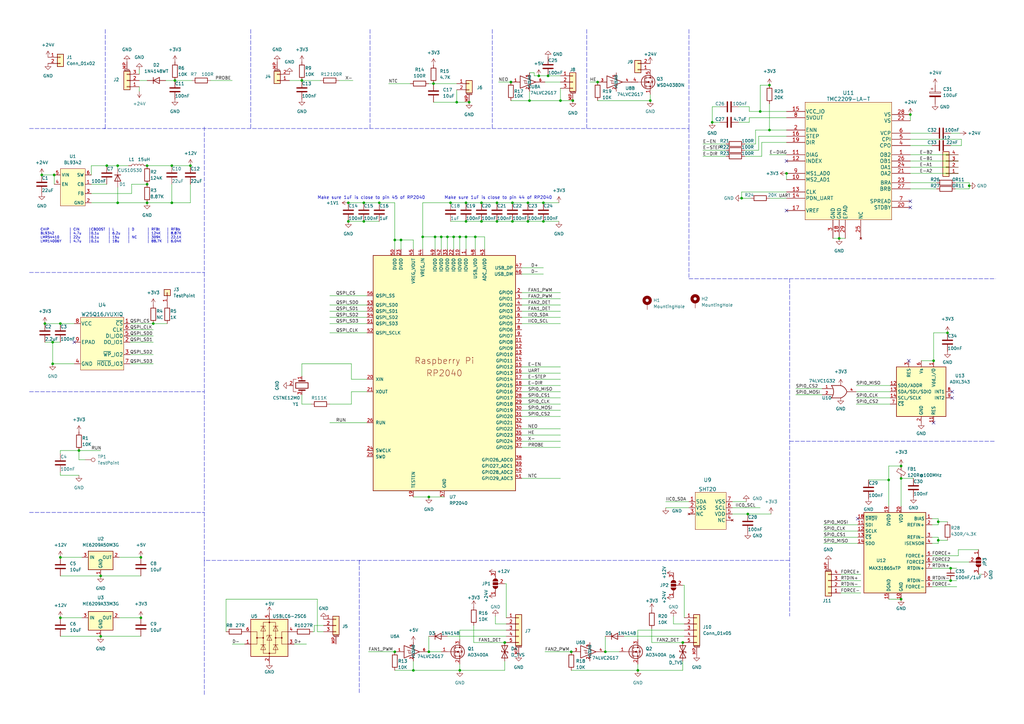
<source format=kicad_sch>
(kicad_sch (version 20211123) (generator eeschema)
  (paper "A3")
  (junction (at 24.765 132.715))
  (junction (at 234.315 267.335))
  (junction (at 384.81 221.615))
  (junction (at 161.925 267.335))
  (junction (at 21.59 140.335))
  (junction (at 183.515 97.155))
  (junction (at 24.765 253.365))
  (junction (at 369.57 196.215))
  (junction (at 178.435 97.155))
  (junction (at 17.145 71.755))
  (junction (at 149.225 90.805))
  (junction (at 22.225 71.755))
  (junction (at 48.26 67.945))
  (junction (at 311.785 45.72))
  (junction (at 60.325 83.185))
  (junction (at 364.49 196.85))
  (junction (at 43.815 67.945))
  (junction (at 261.62 274.955))
  (junction (at 21.59 149.225))
  (junction (at 177.8 34.29))
  (junction (at 169.545 274.955))
  (junction (at 315.595 34.925))
  (junction (at 389.89 238.125))
  (junction (at 32.385 184.785))
  (junction (at 187.325 41.91))
  (junction (at 197.485 83.185))
  (junction (at 280.035 263.525))
  (junction (at 149.225 83.185))
  (junction (at 222.885 90.805))
  (junction (at 217.17 41.275))
  (junction (at 675.64 156.845))
  (junction (at 306.705 210.82))
  (junction (at 248.285 267.335))
  (junction (at 184.785 83.185))
  (junction (at 234.95 41.275))
  (junction (at 209.55 33.655))
  (junction (at 388.62 136.525))
  (junction (at 180.975 97.155))
  (junction (at 678.18 141.605))
  (junction (at 220.98 31.115))
  (junction (at 70.485 83.185))
  (junction (at 191.135 90.805))
  (junction (at 207.01 263.525))
  (junction (at 369.57 245.745))
  (junction (at 304.165 81.28))
  (junction (at 18.415 132.715))
  (junction (at 691.515 156.845))
  (junction (at 155.575 83.185))
  (junction (at 60.325 75.565))
  (junction (at 322.58 71.12))
  (junction (at 24.765 228.6))
  (junction (at 292.1 50.165))
  (junction (at 142.875 83.185))
  (junction (at 78.105 67.945))
  (junction (at 216.535 90.805))
  (junction (at 175.895 203.835))
  (junction (at 41.275 236.22))
  (junction (at 229.87 41.275))
  (junction (at 210.185 83.185))
  (junction (at 41.275 260.985))
  (junction (at 369.57 191.135))
  (junction (at 681.355 156.845))
  (junction (at 123.825 33.02))
  (junction (at 191.135 97.155))
  (junction (at 70.485 67.945))
  (junction (at 344.17 97.79))
  (junction (at 216.535 83.185))
  (junction (at 57.785 228.6))
  (junction (at 173.355 97.155))
  (junction (at 186.055 97.155))
  (junction (at 142.875 90.805))
  (junction (at 188.595 274.955))
  (junction (at 203.835 83.185))
  (junction (at 203.835 90.805))
  (junction (at 315.595 53.34))
  (junction (at 48.26 83.185))
  (junction (at 397.51 76.2))
  (junction (at 224.79 31.115))
  (junction (at 245.11 33.655))
  (junction (at 384.81 213.995))
  (junction (at 62.865 132.715))
  (junction (at 60.325 67.945))
  (junction (at 210.185 90.805))
  (junction (at 175.895 267.335))
  (junction (at 188.595 97.155))
  (junction (at 222.885 83.185))
  (junction (at 389.89 233.045))
  (junction (at 57.785 253.365))
  (junction (at 71.755 33.02))
  (junction (at 192.405 41.91))
  (junction (at 266.7 41.275))
  (junction (at 373.38 46.99))
  (junction (at 382.905 147.955))
  (junction (at 161.925 98.425))
  (junction (at 191.135 83.185))
  (junction (at 194.945 97.155))
  (junction (at 197.485 90.805))
  (junction (at 691.515 141.605))
  (junction (at 164.465 98.425))
  (no_connect (at 382.905 173.355))
  (no_connect (at 390.525 163.195))
  (no_connect (at 372.745 147.955))
  (no_connect (at 322.58 86.36))
  (no_connect (at 351.79 212.725))
  (no_connect (at 373.38 85.09))
  (no_connect (at 390.525 160.655))
  (no_connect (at 30.48 140.335))
  (no_connect (at 373.38 82.55))
  (no_connect (at 322.58 66.04))
  (wire (pts (xy 175.895 203.835) (xy 182.245 203.835)))
  (wire (pts (xy 382.905 136.525) (xy 382.905 147.955)))
  (wire (pts (xy 382.27 222.885) (xy 384.81 222.885)))
  (wire (pts (xy 305.435 59.055) (xy 309.88 59.055)))
  (wire (pts (xy 178.435 97.155) (xy 178.435 102.235)))
  (wire (pts (xy 373.38 74.93) (xy 384.175 74.93)))
  (polyline (pts (xy 12.065 52.705) (xy 282.575 52.705)))
  (wire (pts (xy 322.58 78.74) (xy 304.165 78.74)))
  (wire (pts (xy 203.2 255.905) (xy 207.645 255.905)))
  (wire (pts (xy 705.485 219.075) (xy 723.265 219.075)))
  (wire (pts (xy 118.745 33.02) (xy 123.825 33.02)))
  (wire (pts (xy 261.62 272.415) (xy 261.62 274.955)))
  (wire (pts (xy 183.515 260.985) (xy 207.645 260.985)))
  (wire (pts (xy 164.465 98.425) (xy 169.545 98.425)))
  (wire (pts (xy 209.55 41.275) (xy 217.17 41.275)))
  (wire (pts (xy 382.27 238.125) (xy 389.89 238.125)))
  (wire (pts (xy 373.38 57.15) (xy 394.335 57.15)))
  (wire (pts (xy 24.765 184.785) (xy 32.385 184.785)))
  (wire (pts (xy 309.88 53.34) (xy 315.595 53.34)))
  (wire (pts (xy 397.51 74.93) (xy 397.51 76.2)))
  (wire (pts (xy 34.925 188.595) (xy 32.385 188.595)))
  (wire (pts (xy 397.51 77.47) (xy 391.795 77.47)))
  (wire (pts (xy 135.255 125.095) (xy 150.495 125.095)))
  (wire (pts (xy 382.27 230.505) (xy 397.51 230.505)))
  (wire (pts (xy 213.995 109.855) (xy 222.885 109.855)))
  (wire (pts (xy 213.995 130.175) (xy 229.87 130.175)))
  (wire (pts (xy 668.02 141.605) (xy 678.18 141.605)))
  (wire (pts (xy 128.905 259.08) (xy 128.905 256.54)))
  (wire (pts (xy 711.2 232.41) (xy 723.265 232.41)))
  (wire (pts (xy 188.595 258.445) (xy 188.595 262.255)))
  (polyline (pts (xy 12.065 111.76) (xy 83.82 111.76)))
  (wire (pts (xy 315.595 81.28) (xy 322.58 81.28)))
  (wire (pts (xy 24.765 236.22) (xy 41.275 236.22)))
  (wire (pts (xy 135.255 165.735) (xy 144.145 165.735)))
  (wire (pts (xy 311.785 34.925) (xy 311.785 45.72)))
  (wire (pts (xy 684.53 81.915) (xy 706.755 81.915)))
  (wire (pts (xy 32.385 184.785) (xy 41.275 184.785)))
  (wire (pts (xy 175.895 260.985) (xy 175.895 267.335)))
  (wire (pts (xy 210.185 90.805) (xy 216.535 90.805)))
  (wire (pts (xy 135.255 173.355) (xy 150.495 173.355)))
  (wire (pts (xy 187.325 36.83) (xy 187.325 41.91)))
  (wire (pts (xy 288.29 61.595) (xy 297.815 61.595)))
  (wire (pts (xy 402.59 235.585) (xy 401.32 235.585)))
  (wire (pts (xy 229.87 41.275) (xy 234.95 41.275)))
  (wire (pts (xy 217.17 29.845) (xy 219.075 29.845)))
  (polyline (pts (xy 12.065 210.185) (xy 83.82 210.185)))
  (wire (pts (xy 223.52 33.655) (xy 229.87 33.655)))
  (wire (pts (xy 224.79 31.115) (xy 229.87 31.115)))
  (wire (pts (xy 222.885 90.805) (xy 229.235 90.805)))
  (polyline (pts (xy 83.82 52.07) (xy 83.82 111.76)))
  (wire (pts (xy 295.275 43.815) (xy 292.1 43.815)))
  (wire (pts (xy 311.15 55.88) (xy 311.15 61.595)))
  (wire (pts (xy 687.07 83.82) (xy 692.785 83.82)))
  (wire (pts (xy 382.27 233.045) (xy 389.89 233.045)))
  (wire (pts (xy 164.465 102.235) (xy 164.465 98.425)))
  (wire (pts (xy 364.49 191.135) (xy 364.49 196.85)))
  (wire (pts (xy 57.15 37.465) (xy 57.15 35.56)))
  (wire (pts (xy 173.355 97.155) (xy 173.355 83.185)))
  (wire (pts (xy 678.18 149.225) (xy 678.18 141.605)))
  (wire (pts (xy 261.62 274.955) (xy 280.035 274.955)))
  (wire (pts (xy 241.935 33.655) (xy 245.11 33.655)))
  (wire (pts (xy 151.13 267.335) (xy 161.925 267.335)))
  (wire (pts (xy 130.175 245.745) (xy 92.71 245.745)))
  (wire (pts (xy 276.225 252.73) (xy 276.225 255.905)))
  (wire (pts (xy 351.155 158.115) (xy 365.125 158.115)))
  (wire (pts (xy 216.535 90.805) (xy 222.885 90.805)))
  (polyline (pts (xy 282.575 12.065) (xy 282.575 52.705)))
  (wire (pts (xy 701.675 149.225) (xy 711.835 149.225)))
  (wire (pts (xy 194.31 263.525) (xy 207.01 263.525)))
  (wire (pts (xy 384.81 212.725) (xy 382.27 212.725)))
  (wire (pts (xy 194.945 97.155) (xy 191.135 97.155)))
  (wire (pts (xy 128.27 259.08) (xy 128.905 259.08)))
  (wire (pts (xy 315.595 53.34) (xy 322.58 53.34)))
  (wire (pts (xy 180.975 97.155) (xy 180.975 102.235)))
  (wire (pts (xy 384.81 213.995) (xy 384.81 212.725)))
  (wire (pts (xy 48.26 69.215) (xy 48.26 67.945)))
  (wire (pts (xy 341.63 97.79) (xy 344.17 97.79)))
  (wire (pts (xy 681.355 151.765) (xy 681.355 156.845)))
  (polyline (pts (xy 83.82 111.76) (xy 83.82 285.115)))
  (wire (pts (xy 369.57 196.215) (xy 369.57 207.645)))
  (wire (pts (xy 373.38 59.69) (xy 382.27 59.69)))
  (wire (pts (xy 183.515 97.155) (xy 180.975 97.155)))
  (wire (pts (xy 173.355 83.185) (xy 184.785 83.185)))
  (wire (pts (xy 309.88 59.055) (xy 309.88 53.34)))
  (wire (pts (xy 692.785 83.82) (xy 692.785 88.265)))
  (wire (pts (xy 213.995 163.195) (xy 229.87 163.195)))
  (wire (pts (xy 128.905 256.54) (xy 132.715 256.54)))
  (wire (pts (xy 142.875 90.805) (xy 149.225 90.805)))
  (wire (pts (xy 288.29 59.055) (xy 297.815 59.055)))
  (wire (pts (xy 78.105 83.185) (xy 78.105 75.565)))
  (wire (pts (xy 41.275 260.985) (xy 57.785 260.985)))
  (wire (pts (xy 393.065 66.04) (xy 373.38 66.04)))
  (wire (pts (xy 144.145 160.655) (xy 150.495 160.655)))
  (wire (pts (xy 245.11 41.275) (xy 266.7 41.275)))
  (wire (pts (xy 337.82 215.265) (xy 351.79 215.265)))
  (wire (pts (xy 248.285 260.985) (xy 248.285 267.335)))
  (wire (pts (xy 135.255 136.525) (xy 150.495 136.525)))
  (wire (pts (xy 213.995 196.215) (xy 229.87 196.215)))
  (wire (pts (xy 194.31 256.54) (xy 194.31 263.525)))
  (wire (pts (xy 393.065 225.425) (xy 401.32 225.425)))
  (wire (pts (xy 142.875 83.185) (xy 149.225 83.185)))
  (wire (pts (xy 53.34 135.255) (xy 62.865 135.255)))
  (wire (pts (xy 175.895 34.29) (xy 177.8 34.29)))
  (wire (pts (xy 194.945 97.155) (xy 194.945 102.235)))
  (wire (pts (xy 92.71 245.745) (xy 92.71 259.08)))
  (wire (pts (xy 48.26 67.945) (xy 52.705 67.945)))
  (wire (pts (xy 191.135 83.185) (xy 197.485 83.185)))
  (wire (pts (xy 300.355 210.82) (xy 306.705 210.82)))
  (wire (pts (xy 130.175 245.745) (xy 130.175 259.08)))
  (wire (pts (xy 364.49 196.85) (xy 364.49 207.645)))
  (wire (pts (xy 304.165 81.28) (xy 307.975 81.28)))
  (wire (pts (xy 220.98 31.115) (xy 224.79 31.115)))
  (wire (pts (xy 188.595 97.155) (xy 186.055 97.155)))
  (wire (pts (xy 191.135 97.155) (xy 188.595 97.155)))
  (wire (pts (xy 692.785 88.265) (xy 706.755 88.265)))
  (wire (pts (xy 37.465 75.565) (xy 43.815 75.565)))
  (wire (pts (xy 305.435 64.135) (xy 312.42 64.135)))
  (wire (pts (xy 389.89 54.61) (xy 393.7 54.61)))
  (wire (pts (xy 53.34 145.415) (xy 62.865 145.415)))
  (wire (pts (xy 373.38 46.99) (xy 373.38 49.53)))
  (wire (pts (xy 188.595 97.155) (xy 188.595 102.235)))
  (wire (pts (xy 337.82 220.345) (xy 351.79 220.345)))
  (wire (pts (xy 213.995 168.275) (xy 229.87 168.275)))
  (polyline (pts (xy 323.85 229.87) (xy 147.32 229.87)))
  (wire (pts (xy 273.05 208.28) (xy 282.575 208.28)))
  (wire (pts (xy 276.225 255.905) (xy 280.67 255.905)))
  (wire (pts (xy 24.765 260.985) (xy 41.275 260.985)))
  (wire (pts (xy 62.865 132.715) (xy 68.58 132.715)))
  (wire (pts (xy 217.17 41.275) (xy 229.87 41.275)))
  (wire (pts (xy 234.315 274.955) (xy 261.62 274.955)))
  (wire (pts (xy 37.465 83.185) (xy 48.26 83.185)))
  (wire (pts (xy 123.825 149.225) (xy 123.825 154.305)))
  (wire (pts (xy 67.945 33.02) (xy 71.755 33.02)))
  (wire (pts (xy 344.805 243.205) (xy 353.06 243.205)))
  (wire (pts (xy 21.59 149.225) (xy 30.48 149.225)))
  (polyline (pts (xy 323.85 114.3) (xy 323.85 252.73)))
  (wire (pts (xy 307.34 45.72) (xy 311.785 45.72)))
  (wire (pts (xy 705.485 229.87) (xy 705.485 219.075)))
  (wire (pts (xy 24.765 253.365) (xy 33.655 253.365)))
  (wire (pts (xy 292.1 50.165) (xy 295.275 50.165)))
  (wire (pts (xy 169.545 271.145) (xy 169.545 274.955)))
  (wire (pts (xy 681.355 149.225) (xy 678.18 149.225)))
  (wire (pts (xy 180.975 97.155) (xy 178.435 97.155)))
  (wire (pts (xy 384.81 213.995) (xy 388.62 213.995)))
  (wire (pts (xy 70.485 75.565) (xy 70.485 83.185)))
  (wire (pts (xy 213.995 153.035) (xy 229.87 153.035)))
  (wire (pts (xy 149.225 83.185) (xy 155.575 83.185)))
  (wire (pts (xy 697.865 222.25) (xy 711.835 222.25)))
  (wire (pts (xy 53.34 137.795) (xy 62.865 137.795)))
  (wire (pts (xy 315.595 63.5) (xy 322.58 63.5)))
  (wire (pts (xy 701.675 146.685) (xy 711.835 146.685)))
  (wire (pts (xy 207.01 239.395) (xy 207.645 239.395)))
  (wire (pts (xy 255.905 260.985) (xy 280.67 260.985)))
  (wire (pts (xy 169.545 203.835) (xy 175.895 203.835)))
  (wire (pts (xy 222.885 83.185) (xy 229.235 83.185)))
  (wire (pts (xy 203.835 90.805) (xy 210.185 90.805)))
  (wire (pts (xy 364.49 191.135) (xy 369.57 191.135)))
  (wire (pts (xy 311.15 55.88) (xy 322.58 55.88)))
  (wire (pts (xy 48.895 253.365) (xy 57.785 253.365)))
  (polyline (pts (xy 151.765 12.065) (xy 151.765 52.705)))
  (wire (pts (xy 384.81 221.615) (xy 388.62 221.615)))
  (wire (pts (xy 135.255 132.715) (xy 150.495 132.715)))
  (wire (pts (xy 123.825 161.925) (xy 123.825 165.735)))
  (wire (pts (xy 210.185 83.185) (xy 216.535 83.185)))
  (wire (pts (xy 678.18 141.605) (xy 691.515 141.605)))
  (wire (pts (xy 24.765 194.945) (xy 32.385 194.945)))
  (wire (pts (xy 384.81 222.885) (xy 384.81 221.615)))
  (wire (pts (xy 213.995 165.735) (xy 229.87 165.735)))
  (wire (pts (xy 53.975 79.375) (xy 53.975 75.565)))
  (wire (pts (xy 711.835 226.06) (xy 723.265 226.06)))
  (wire (pts (xy 675.64 149.225) (xy 675.64 146.685)))
  (wire (pts (xy 344.805 235.585) (xy 353.06 235.585)))
  (wire (pts (xy 213.995 125.095) (xy 229.87 125.095)))
  (wire (pts (xy 280.035 271.145) (xy 280.035 274.955)))
  (wire (pts (xy 382.27 240.665) (xy 392.43 240.665)))
  (wire (pts (xy 169.545 274.955) (xy 188.595 274.955)))
  (wire (pts (xy 48.26 76.835) (xy 48.26 83.185)))
  (wire (pts (xy 382.27 227.965) (xy 393.065 227.965)))
  (wire (pts (xy 711.835 222.25) (xy 711.835 226.06)))
  (wire (pts (xy 364.49 245.745) (xy 369.57 245.745)))
  (wire (pts (xy 213.995 183.515) (xy 229.87 183.515)))
  (wire (pts (xy 394.335 59.69) (xy 389.89 59.69)))
  (wire (pts (xy 302.895 50.165) (xy 307.34 50.165)))
  (wire (pts (xy 41.275 236.22) (xy 57.785 236.22)))
  (wire (pts (xy 60.325 67.945) (xy 70.485 67.945)))
  (wire (pts (xy 311.15 61.595) (xy 305.435 61.595)))
  (wire (pts (xy 394.335 57.15) (xy 394.335 59.69)))
  (wire (pts (xy 24.765 132.715) (xy 30.48 132.715)))
  (wire (pts (xy 203.835 83.185) (xy 210.185 83.185)))
  (wire (pts (xy 175.895 267.335) (xy 180.975 267.335)))
  (wire (pts (xy 337.82 222.885) (xy 351.79 222.885)))
  (wire (pts (xy 37.465 71.755) (xy 37.465 67.945)))
  (wire (pts (xy 687.07 96.52) (xy 692.785 96.52)))
  (wire (pts (xy 344.17 97.79) (xy 346.71 97.79)))
  (wire (pts (xy 213.995 127.635) (xy 229.87 127.635)))
  (wire (pts (xy 53.975 75.565) (xy 60.325 75.565)))
  (wire (pts (xy 120.65 264.16) (xy 125.73 264.16)))
  (wire (pts (xy 213.995 132.715) (xy 229.87 132.715)))
  (wire (pts (xy 86.36 33.02) (xy 95.25 33.02)))
  (wire (pts (xy 280.035 240.03) (xy 280.67 240.03)))
  (wire (pts (xy 135.255 121.285) (xy 150.495 121.285)))
  (wire (pts (xy 139.065 33.02) (xy 144.78 33.02)))
  (wire (pts (xy 53.34 149.225) (xy 62.865 149.225)))
  (wire (pts (xy 198.755 102.235) (xy 198.755 97.155)))
  (wire (pts (xy 312.42 64.135) (xy 312.42 58.42)))
  (wire (pts (xy 337.82 217.805) (xy 351.79 217.805)))
  (wire (pts (xy 300.355 208.28) (xy 311.785 208.28)))
  (wire (pts (xy 273.05 205.74) (xy 282.575 205.74)))
  (wire (pts (xy 53.34 132.715) (xy 62.865 132.715)))
  (wire (pts (xy 267.335 263.525) (xy 280.035 263.525)))
  (wire (pts (xy 149.225 90.805) (xy 155.575 90.805)))
  (wire (pts (xy 393.065 71.12) (xy 373.38 71.12)))
  (wire (pts (xy 675.64 146.685) (xy 681.355 146.685)))
  (wire (pts (xy 191.135 97.155) (xy 191.135 102.235)))
  (polyline (pts (xy 240.665 12.065) (xy 240.665 52.705)))
  (wire (pts (xy 223.52 267.335) (xy 234.315 267.335)))
  (wire (pts (xy 213.995 155.575) (xy 229.87 155.575)))
  (wire (pts (xy 351.155 165.735) (xy 365.125 165.735)))
  (wire (pts (xy 207.645 239.395) (xy 207.645 253.365)))
  (wire (pts (xy 203.2 252.73) (xy 203.2 255.905)))
  (wire (pts (xy 261.62 258.445) (xy 261.62 262.255)))
  (wire (pts (xy 261.62 258.445) (xy 280.67 258.445)))
  (wire (pts (xy 311.785 45.72) (xy 322.58 45.72)))
  (polyline (pts (xy 282.575 114.3) (xy 408.305 114.3)))
  (wire (pts (xy 397.51 76.2) (xy 397.51 77.47)))
  (wire (pts (xy 351.155 163.195) (xy 365.125 163.195)))
  (polyline (pts (xy 201.93 12.065) (xy 201.93 52.705)))
  (wire (pts (xy 24.765 186.055) (xy 24.765 184.785)))
  (wire (pts (xy 229.87 36.195) (xy 229.87 41.275)))
  (wire (pts (xy 71.755 33.02) (xy 78.74 33.02)))
  (wire (pts (xy 37.465 79.375) (xy 53.975 79.375)))
  (wire (pts (xy 681.355 156.845) (xy 691.515 156.845)))
  (wire (pts (xy 668.02 149.225) (xy 668.02 156.845)))
  (polyline (pts (xy 43.18 12.065) (xy 43.18 52.705)))
  (wire (pts (xy 57.15 28.575) (xy 57.15 30.48)))
  (wire (pts (xy 692.785 96.52) (xy 692.785 93.345)))
  (wire (pts (xy 178.435 97.155) (xy 173.355 97.155)))
  (wire (pts (xy 161.925 98.425) (xy 161.925 102.235)))
  (wire (pts (xy 351.155 160.655) (xy 365.125 160.655)))
  (wire (pts (xy 304.165 78.74) (xy 304.165 81.28)))
  (wire (pts (xy 150.495 155.575) (xy 144.145 155.575)))
  (wire (pts (xy 144.145 155.575) (xy 144.145 149.225)))
  (wire (pts (xy 373.38 54.61) (xy 382.27 54.61)))
  (wire (pts (xy 186.055 97.155) (xy 183.515 97.155)))
  (wire (pts (xy 217.17 37.465) (xy 217.17 41.275)))
  (polyline (pts (xy 43.18 52.705) (xy 42.545 52.705)))
  (wire (pts (xy 37.465 67.945) (xy 43.815 67.945)))
  (wire (pts (xy 213.995 175.895) (xy 229.87 175.895)))
  (wire (pts (xy 280.035 263.525) (xy 280.67 263.525)))
  (wire (pts (xy 177.8 34.29) (xy 187.325 34.29)))
  (wire (pts (xy 161.925 83.185) (xy 161.925 98.425)))
  (wire (pts (xy 144.145 165.735) (xy 144.145 160.655)))
  (wire (pts (xy 17.145 71.755) (xy 22.225 71.755)))
  (wire (pts (xy 377.825 147.955) (xy 382.905 147.955)))
  (wire (pts (xy 197.485 90.805) (xy 203.835 90.805)))
  (wire (pts (xy 213.995 160.655) (xy 229.87 160.655)))
  (wire (pts (xy 213.995 158.115) (xy 229.87 158.115)))
  (wire (pts (xy 207.01 263.525) (xy 207.645 263.525)))
  (wire (pts (xy 692.785 93.345) (xy 706.755 93.345)))
  (wire (pts (xy 18.415 132.715) (xy 24.765 132.715)))
  (wire (pts (xy 322.58 48.26) (xy 307.34 48.26)))
  (wire (pts (xy 384.81 215.265) (xy 384.81 213.995)))
  (wire (pts (xy 216.535 83.185) (xy 222.885 83.185)))
  (wire (pts (xy 183.515 97.155) (xy 183.515 102.235)))
  (polyline (pts (xy 12.065 160.655) (xy 83.82 160.655)))
  (wire (pts (xy 393.065 227.965) (xy 393.065 225.425)))
  (wire (pts (xy 60.325 83.185) (xy 70.485 83.185)))
  (wire (pts (xy 177.8 41.91) (xy 187.325 41.91)))
  (wire (pts (xy 173.355 102.235) (xy 173.355 97.155)))
  (wire (pts (xy 57.15 33.02) (xy 60.325 33.02)))
  (wire (pts (xy 144.145 149.225) (xy 123.825 149.225)))
  (wire (pts (xy 188.595 258.445) (xy 207.645 258.445)))
  (wire (pts (xy 684.53 99.06) (xy 706.755 99.06)))
  (wire (pts (xy 188.595 274.955) (xy 207.01 274.955)))
  (wire (pts (xy 389.89 238.125) (xy 392.43 238.125)))
  (wire (pts (xy 344.805 238.125) (xy 353.06 238.125)))
  (wire (pts (xy 288.29 64.135) (xy 297.815 64.135)))
  (wire (pts (xy 24.765 193.675) (xy 24.765 194.945)))
  (wire (pts (xy 267.335 257.81) (xy 267.335 263.525)))
  (wire (pts (xy 668.02 156.845) (xy 675.64 156.845)))
  (wire (pts (xy 213.995 170.815) (xy 229.87 170.815)))
  (wire (pts (xy 123.825 165.735) (xy 127.635 165.735)))
  (wire (pts (xy 191.135 90.805) (xy 197.485 90.805)))
  (wire (pts (xy 391.795 74.93) (xy 397.51 74.93)))
  (wire (pts (xy 307.34 43.815) (xy 307.34 45.72)))
  (wire (pts (xy 248.285 267.335) (xy 254 267.335)))
  (polyline (pts (xy 323.85 180.975) (xy 408.305 180.975)))
  (wire (pts (xy 213.995 122.555) (xy 229.87 122.555)))
  (wire (pts (xy 159.385 34.29) (xy 168.275 34.29)))
  (wire (pts (xy 306.705 210.82) (xy 316.23 210.82)))
  (wire (pts (xy 382.27 215.265) (xy 384.81 215.265)))
  (polyline (pts (xy 83.82 229.87) (xy 83.82 230.505)))
  (wire (pts (xy 135.255 130.175) (xy 150.495 130.175)))
  (wire (pts (xy 184.785 90.805) (xy 191.135 90.805)))
  (wire (pts (xy 188.595 272.415) (xy 188.595 274.955)))
  (wire (pts (xy 184.785 83.185) (xy 191.135 83.185)))
  (wire (pts (xy 95.25 264.16) (xy 100.33 264.16)))
  (wire (pts (xy 384.81 220.345) (xy 382.27 220.345)))
  (wire (pts (xy 322.58 71.12) (xy 322.58 73.66)))
  (wire (pts (xy 197.485 83.185) (xy 203.835 83.185)))
  (wire (pts (xy 711.2 234.95) (xy 711.2 232.41)))
  (wire (pts (xy 684.53 96.52) (xy 684.53 99.06)))
  (polyline (pts (xy 102.87 12.065) (xy 102.87 52.705)))
  (wire (pts (xy 213.995 180.975) (xy 229.87 180.975)))
  (wire (pts (xy 213.995 178.435) (xy 229.87 178.435)))
  (wire (pts (xy 24.765 140.335) (xy 21.59 140.335)))
  (wire (pts (xy 22.225 75.565) (xy 22.225 71.755)))
  (polyline (pts (xy 147.955 229.87) (xy 83.82 229.87)))
  (wire (pts (xy 307.34 48.26) (xy 307.34 50.165)))
  (wire (pts (xy 161.925 274.955) (xy 169.545 274.955)))
  (wire (pts (xy 326.39 161.925) (xy 337.185 161.925)))
  (wire (pts (xy 384.81 221.615) (xy 384.81 220.345)))
  (wire (pts (xy 393.065 63.5) (xy 373.38 63.5)))
  (wire (pts (xy 369.57 196.215) (xy 374.65 196.215)))
  (wire (pts (xy 344.805 240.665) (xy 353.06 240.665)))
  (wire (pts (xy 18.415 140.335) (xy 21.59 140.335)))
  (wire (pts (xy 43.815 67.945) (xy 48.26 67.945)))
  (wire (pts (xy 204.47 33.655) (xy 209.55 33.655)))
  (wire (pts (xy 213.995 112.395) (xy 222.885 112.395)))
  (wire (pts (xy 213.995 120.015) (xy 229.87 120.015)))
  (wire (pts (xy 123.825 33.02) (xy 131.445 33.02)))
  (wire (pts (xy 70.485 67.945) (xy 78.105 67.945)))
  (wire (pts (xy 300.355 205.74) (xy 306.07 205.74)))
  (wire (pts (xy 161.925 98.425) (xy 164.465 98.425)))
  (wire (pts (xy 21.59 140.335) (xy 21.59 149.225)))
  (wire (pts (xy 169.545 102.235) (xy 169.545 98.425)))
  (wire (pts (xy 135.255 127.635) (xy 150.495 127.635)))
  (wire (pts (xy 266.7 41.275) (xy 266.7 38.735)))
  (wire (pts (xy 70.485 83.185) (xy 78.105 83.185)))
  (wire (pts (xy 326.39 159.385) (xy 337.185 159.385)))
  (wire (pts (xy 280.67 240.03) (xy 280.67 253.365)))
  (wire (pts (xy 373.38 77.47) (xy 384.175 77.47)))
  (wire (pts (xy 382.905 136.525) (xy 388.62 136.525)))
  (wire (pts (xy 315.595 34.925) (xy 311.785 34.925)))
  (polyline (pts (xy 147.32 229.87) (xy 147.32 284.48)))
  (wire (pts (xy 187.325 41.91) (xy 192.405 41.91)))
  (wire (pts (xy 697.865 234.95) (xy 711.2 234.95)))
  (wire (pts (xy 155.575 83.185) (xy 161.925 83.185)))
  (wire (pts (xy 315.595 42.545) (xy 315.595 53.34)))
  (polyline (pts (xy 282.575 52.705) (xy 282.575 114.3)))
  (wire (pts (xy 207.01 271.145) (xy 207.01 274.955)))
  (wire (pts (xy 198.755 97.155) (xy 194.945 97.155)))
  (wire (pts (xy 219.075 29.845) (xy 219.075 31.115)))
  (wire (pts (xy 186.055 97.155) (xy 186.055 102.235)))
  (wire (pts (xy 675.64 156.845) (xy 681.355 156.845)))
  (wire (pts (xy 48.895 228.6) (xy 57.785 228.6)))
  (wire (pts (xy 53.34 140.335) (xy 62.865 140.335)))
  (wire (pts (xy 393.065 68.58) (xy 373.38 68.58)))
  (wire (pts (xy 307.34 43.815) (xy 302.895 43.815)))
  (wire (pts (xy 292.1 43.815) (xy 292.1 50.165)))
  (wire (pts (xy 389.89 233.045) (xy 392.43 233.045)))
  (wire (pts (xy 32.385 188.595) (xy 32.385 184.785)))
  (wire (pts (xy 130.175 259.08) (xy 132.715 259.08)))
  (wire (pts (xy 356.235 196.85) (xy 364.49 196.85)))
  (wire (pts (xy 684.53 83.82) (xy 684.53 81.915)))
  (wire (pts (xy 213.995 150.495) (xy 229.87 150.495)))
  (wire (pts (xy 24.765 228.6) (xy 33.655 228.6)))
  (wire (pts (xy 312.42 58.42) (xy 322.58 58.42)))
  (wire (pts (xy 48.26 83.185) (xy 60.325 83.185)))
  (wire (pts (xy 219.075 31.115) (xy 220.98 31.115)))
  (image (at 697.865 89.535) (scale 0.629111))
  (image (at 713.105 219.71) (scale 0.604707))
  (text "Make sure 1uF is close to pin 44 of RP2040" (at 182.245 81.915 0) (effects (font (size 1.27 1.27)) (justify left bottom)))
  (text "CHIP		| CIN	|CBOOST	| L		| D		| RFBt	| RFBb\nBL9342		| 4.7u	|0.1u	| 6.2u	| 		| 124K	| 8.87K\nLMR54410	| 22u	|0.1u	| 15u	| NC	| 309K	| 22.1K\nLMR14006Y	| 4.7u	|0.1u	| 18u	| 		| 88.7K	| 6.04K" (at 16.51 99.695 0) (effects (font (size 1 1)) (justify left bottom)))
  (text "Make sure 1uF is close to pin 45 of RP2040" (at 130.175 81.915 0) (effects (font (size 1.27 1.27)) (justify left bottom)))
  (label "QSPI_SD0" (at 137.795 125.095 0))
  (label "IIC0_SCL" (at 216.535 132.715 0))
  (label "NTC" (at 216.535 196.215 0))
  (label "QSPI_SD0" (at 53.34 137.795 0))
  (label "E-DIR" (at 288.29 64.135 0))
  (label "RTDIN+" (at 382.27 233.045 0))
  (label "PROBE" (at 216.535 183.515 0))
  (label "SPI0_CLK" (at 216.535 165.735 0))
  (label "E-DIR" (at 216.535 158.115 0))
  (label "SPI0_CS1" (at 337.82 220.345 0))
  (label "SPI0_CS2" (at 326.39 159.385 0))
  (label "QSPI_SD2" (at 53.34 145.415 0))
  (label "D-" (at 95.25 264.16 0))
  (label "E-EN" (at 216.535 150.495 0))
  (label "SPI0_CLK" (at 351.155 163.195 0))
  (label "SPI0_MISO" (at 337.82 222.885 0))
  (label "RTDIN+" (at 344.805 238.125 0))
  (label "QSPI_SD3" (at 53.34 149.225 0))
  (label "FAN1_PWM" (at 151.13 267.335 0))
  (label "SPI0_MOSI" (at 216.535 168.275 0))
  (label "E-STEP" (at 288.29 61.595 0))
  (label "HE" (at 216.535 178.435 0))
  (label "SPI0_CS1" (at 216.535 163.195 0))
  (label "X-" (at 141.605 33.02 0))
  (label "FAN1_DET" (at 196.215 263.525 0))
  (label "QSPI_SD1" (at 137.795 127.635 0))
  (label "RUN" (at 137.795 173.355 0))
  (label "UART" (at 216.535 153.035 0))
  (label "HE" (at 241.935 33.655 0))
  (label "IIC0_SDA" (at 273.05 205.74 0))
  (label "FAN1_PWM" (at 216.535 120.015 0))
  (label "QSPI_SD1" (at 53.34 140.335 0))
  (label "FAN2_DET" (at 216.535 125.095 0))
  (label "PROBE" (at 88.265 33.02 0))
  (label "SPI0_MOSI" (at 326.39 161.925 0))
  (label "E-A1" (at 377.19 68.58 0))
  (label "FAN2_PWM" (at 223.52 267.335 0))
  (label "QSPI_CLK" (at 137.795 136.525 0))
  (label "D+" (at 120.65 264.16 0))
  (label "E-STEP" (at 216.535 155.575 0))
  (label "FORCE+" (at 344.805 235.585 0))
  (label "FORCE-" (at 382.27 240.665 0))
  (label "D+" (at 217.805 109.855 0))
  (label "RTDIN-" (at 382.27 238.125 0))
  (label "IIC1_SCL" (at 702.945 149.225 0))
  (label "SPI0_MISO" (at 351.155 158.115 0))
  (label "X-" (at 216.535 180.975 0))
  (label "NTC" (at 159.385 34.29 0))
  (label "SPI0_CS2" (at 216.535 170.815 0))
  (label "SPI0_CLK" (at 337.82 217.805 0))
  (label "FAN2_PWM" (at 216.535 122.555 0))
  (label "QSPI_CS" (at 53.34 132.715 0))
  (label "IIC1_SDA" (at 702.945 146.685 0))
  (label "SPI0_MISO" (at 216.535 160.655 0))
  (label "QSPI_CLK" (at 53.34 135.255 0))
  (label "E-B1" (at 377.19 66.04 0))
  (label "FORCE-" (at 344.805 243.205 0))
  (label "NEO" (at 204.47 33.655 0))
  (label "FORCE2" (at 382.27 230.505 0))
  (label "QSPI_CS" (at 137.795 121.285 0))
  (label "FAN2_DET" (at 269.24 263.525 0))
  (label "FORCE+" (at 382.27 227.965 0))
  (label "NEO" (at 216.535 175.895 0))
  (label "E-EN" (at 288.29 59.055 0))
  (label "IIC0_SDA" (at 216.535 130.175 0))
  (label "IIC0_SCL" (at 301.625 208.28 0))
  (label "QSPI_SD2" (at 137.795 130.175 0))
  (label "UART" (at 319.405 81.28 0))
  (label "E-DIAG" (at 315.595 63.5 0))
  (label "FAN1_DET" (at 216.535 127.635 0))
  (label "SPI0_MOSI" (at 337.82 215.265 0))
  (label "QSPI_SD3" (at 137.795 132.715 0))
  (label "RUN" (at 37.465 184.785 0))
  (label "SPI0_CS2" (at 351.155 165.735 0))
  (label "E-B2" (at 377.19 63.5 0))
  (label "E-A2" (at 377.19 71.12 0))
  (label "D-" (at 217.805 112.395 0))
  (label "RTDIN-" (at 344.805 240.665 0))
  (symbol (lib_id "power:GND") (at 110.49 271.78 0) (unit 1)
    (property "Reference" "#PWR024" (effects hide))
    (property "Value" "GND" (at 110.49 275.59 0))
  )
  (symbol (lib_id "power:+3V3") (at 229.235 83.185 0) (unit 1)
    (property "Reference" "#PWR045" (effects hide))
    (property "Value" "+3V3" (at 229.235 78.105 0))
  )
  (symbol (lib_id "power:GND") (at 266.7 41.275 0) (unit 1)
    (property "Reference" "#PWR050" (effects hide))
    (property "Value" "GND" (at 266.7 45.72 0))
  )
  (symbol (lib_id "Connector_Generic_MountingPin:Conn_01x03_MountingPin") (at 52.07 33.02 180) (unit 1)
    (property "Reference" "J2" (at 48.895 32.6643 0) (effects (justify left)))
    (property "Value" "Conn_01x03" (effects hide))
    (property "Footprint" "1_Library:Molex_PicoBlade_53047-0310_1x03_P1.25mm_Vertical" (effects hide))
  )
  (symbol (lib_id "Transistor_FET:AO3400A") (at 259.08 267.335 0) (unit 1)
    (property "Reference" "Q2" (at 264.795 266.0649 0) (effects (justify left)))
    (property "Value" "AO3400A" (at 264.795 268.6049 0) (effects (justify left)))
    (property "Footprint" "Package_TO_SOT_SMD:SOT-23" (effects hide))
    (property "Datasheet" "http://www.aosmd.com/pdfs/datasheet/AO3400A.pdf" (effects hide))
  )
  (symbol (lib_id "power:+5V") (at 220.98 31.115 0) (unit 1)
    (property "Reference" "#PWR043" (effects hide))
    (property "Value" "+5V" (at 220.98 26.035 0))
  )
  (symbol (lib_id "Transistor_FET:CSD19537Q3") (at 264.16 33.655 0) (unit 1)
    (property "Reference" "Q3" (at 269.24 32.385 0) (effects (justify left)))
    (property "Value" "WSD4038DN" (at 269.24 34.925 0) (effects (justify left)))
    (property "Footprint" "Package_SON:VSON-8_3.3x3.3mm_P0.65mm_NexFET" (effects hide))
    (property "Datasheet" "http://www.ti.com/lit/ds/symlink/csd19537q3.pdf" (effects hide))
  )
  (symbol (lib_id "Connector_Generic_MountingPin:Conn_01x02_MountingPin") (at 113.665 33.02 180) (unit 1)
    (property "Reference" "J4" (at 111.125 31.3943 0) (effects (justify left)))
    (property "Value" "Conn_01x02" (effects hide))
    (property "Footprint" "1_Library:Molex_PicoBlade_53047-0210_1x02_P1.25mm_Vertical" (effects hide))
  )
  (symbol (lib_id "power:+24V") (at 57.15 37.465 180) (unit 1)
    (property "Reference" "#PWR015" (effects hide))
    (property "Value" "+24V" (at 57.15 42.545 0))
  )
  (symbol (lib_id "power:+3V3") (at 316.23 210.82 0) (unit 1)
    (property "Reference" "#PWR062" (effects hide))
    (property "Value" "+3V3" (at 316.23 205.74 0))
  )
  (symbol (lib_id "power:GND") (at 71.755 40.64 0) (unit 1)
    (property "Reference" "#PWR021" (effects hide))
    (property "Value" "GND" (at 71.755 45.72 0))
  )
  (symbol (lib_id "power:+24V") (at 373.38 46.99 0) (unit 1)
    (property "Reference" "#PWR071" (effects hide))
    (property "Value" "+24V" (at 373.38 41.91 0))
  )
  (symbol (lib_id "power:GND") (at 691.515 156.845 0) (unit 1)
    (property "Reference" "#PWR082" (effects hide))
    (property "Value" "GND" (at 691.515 161.925 0))
  )
  (symbol (lib_id "1_Lib:74LVC2G17") (at 241.935 267.335 0) (unit 2)
    (property "Reference" "U6" (at 238.125 263.525 0))
    (property "Value" "74LVC2G17" (at 248.285 269.875 0))
    (property "Footprint" "Package_TO_SOT_SMD:SOT-23-6" (effects hide))
  )
  (symbol (lib_id "Device:C") (at 142.875 86.995 0) (unit 1)
    (property "Reference" "C14" (at 142.875 84.455 0) (effects (justify left)))
    (property "Value" "100nF" (at 142.875 89.535 0) (effects (justify left)))
    (property "Footprint" "Capacitor_SMD:C_0402_1005Metric" (effects hide))
  )
  (symbol (lib_id "Device:D_TVS") (at 280.035 267.335 90) (unit 1)
    (property "Reference" "D6" (at 274.32 269.24 90) (effects (justify right)))
    (property "Value" "D_TVS" (at 274.32 271.78 90) (effects (justify right)))
    (property "Footprint" "Diode_SMD:D_SOD-523" (effects hide))
  )
  (symbol (lib_id "Device:R") (at 172.085 34.29 90) (unit 1)
    (property "Reference" "R14" (at 172.085 28.575 90))
    (property "Value" "100R" (at 172.085 31.115 90))
    (property "Footprint" "Resistor_SMD:R_0402_1005Metric" (effects hide))
  )
  (symbol (lib_id "power:GND") (at 374.65 203.835 0) (unit 1)
    (property "Reference" "#PWR072" (effects hide))
    (property "Value" "GND" (at 374.65 208.28 0))
  )
  (symbol (lib_id "Device:D") (at 179.705 260.985 0) (unit 1)
    (property "Reference" "D3" (at 177.165 259.715 0))
    (property "Value" "1N4148" (at 184.785 259.715 0))
    (property "Footprint" "Diode_SMD:D_SOD-523" (effects hide))
  )
  (symbol (lib_id "Device:C") (at 184.785 86.995 0) (unit 1)
    (property "Reference" "C18" (at 184.785 84.455 0) (effects (justify left)))
    (property "Value" "1uF" (at 184.785 89.535 0) (effects (justify left)))
    (property "Footprint" "Capacitor_SMD:C_0402_1005Metric" (effects hide))
  )
  (symbol (lib_id "Device:C") (at 57.785 232.41 0) (unit 1)
    (property "Reference" "C8" (at 61.595 231.1399 0) (effects (justify left)))
    (property "Value" "10uF" (at 61.595 233.6799 0) (effects (justify left)))
    (property "Footprint" "Capacitor_SMD:C_0402_1005Metric" (effects hide))
  )
  (symbol (lib_id "Device:R") (at 245.11 37.465 0) (unit 1)
    (property "Reference" "R19" (at 247.015 37.465 0) (effects (justify left)))
    (property "Value" "10K" (at 247.015 40.005 0) (effects (justify left)))
    (property "Footprint" "Resistor_SMD:R_0402_1005Metric" (effects hide))
  )
  (symbol (lib_id "Device:R") (at 71.755 29.21 0) (unit 1)
    (property "Reference" "R6" (at 73.025 27.94 0) (effects (justify left)))
    (property "Value" "10K" (at 73.025 30.48 0) (effects (justify left)))
    (property "Footprint" "Resistor_SMD:R_0402_1005Metric" (effects hide))
  )
  (symbol (lib_id "power:GND") (at 276.225 252.73 180) (unit 1)
    (property "Reference" "#PWR055" (effects hide))
    (property "Value" "GND" (at 276.225 248.92 0))
  )
  (symbol (lib_id "power:+1V1") (at 142.875 83.185 90) (unit 1)
    (property "Reference" "#PWR031" (effects hide))
    (property "Value" "+1V1" (at 139.065 83.1849 90) (effects (justify left)))
  )
  (symbol (lib_id "power:GND") (at 175.895 203.835 0) (unit 1)
    (property "Reference" "#PWR034" (effects hide))
    (property "Value" "GND" (at 175.895 208.915 0))
  )
  (symbol (lib_id "Device:R") (at 68.58 128.905 0) (unit 1)
    (property "Reference" "R5" (at 71.12 127.635 0))
    (property "Value" "1K" (at 71.12 130.175 0))
    (property "Footprint" "Resistor_SMD:R_0402_1005Metric" (effects hide))
  )
  (symbol (lib_id "power:+24V") (at 393.7 54.61 270) (unit 1)
    (property "Reference" "#PWR078" (effects hide))
    (property "Value" "+24V" (at 396.875 54.6099 90) (effects (justify left)))
  )
  (symbol (lib_id "Device:C") (at 197.485 86.995 0) (unit 1)
    (property "Reference" "C20" (at 197.485 84.455 0) (effects (justify left)))
    (property "Value" "100nF" (at 197.485 89.535 0) (effects (justify left)))
    (property "Footprint" "Capacitor_SMD:C_0402_1005Metric" (effects hide))
  )
  (symbol (lib_id "power:GND") (at 60.325 83.185 0) (unit 1)
    (property "Reference" "#PWR018" (effects hide))
    (property "Value" "GND" (at 60.325 88.265 0))
  )
  (symbol (lib_id "Device:C") (at 668.02 145.415 0) (unit 1) (in_bom no) (on_board no)
    (property "Reference" "C36" (at 668.02 142.875 0) (effects (justify left)))
    (property "Value" "100nF" (at 668.02 147.955 0) (effects (justify left)))
    (property "Footprint" "Capacitor_SMD:C_0402_1005Metric" (effects hide))
  )
  (symbol (lib_id "Device:R") (at 123.825 29.21 0) (unit 1)
    (property "Reference" "R9" (at 125.095 27.94 0) (effects (justify left)))
    (property "Value" "10K" (at 125.095 30.48 0) (effects (justify left)))
    (property "Footprint" "Resistor_SMD:R_0402_1005Metric" (effects hide))
  )
  (symbol (lib_id "power:+3V3") (at 123.825 25.4 0) (unit 1)
    (property "Reference" "#PWR028" (effects hide))
    (property "Value" "+3V3" (at 123.825 20.32 0))
  )
  (symbol (lib_id "power:+3V3") (at 267.335 250.19 0) (unit 1)
    (property "Reference" "#PWR051" (effects hide))
    (property "Value" "+3V3" (at 267.335 246.38 0))
  )
  (symbol (lib_id "power:GND") (at 402.59 235.585 90) (unit 1)
    (property "Reference" "#PWR080" (effects hide))
    (property "Value" "GND" (at 406.4 233.68 0) (effects (justify right)))
  )
  (symbol (lib_id "Device:C_Small") (at 389.89 235.585 0) (unit 1)
    (property "Reference" "C35" (at 391.795 234.315 0) (effects (justify left)))
    (property "Value" "100nF/1uF" (at 391.795 236.855 0) (effects (justify left)))
    (property "Footprint" "Capacitor_SMD:C_0603_1608Metric" (effects hide))
  )
  (symbol (lib_id "Device:R") (at 194.31 252.73 0) (unit 1)
    (property "Reference" "R16" (at 196.215 251.4599 0) (effects (justify left)))
    (property "Value" "10K" (at 196.215 253.9999 0) (effects (justify left)))
    (property "Footprint" "Resistor_SMD:R_0402_1005Metric" (effects hide))
  )
  (symbol (lib_id "Device:R") (at 96.52 259.08 270) (unit 1)
    (property "Reference" "R8" (at 92.71 256.54 90) (effects (justify left)))
    (property "Value" "27R" (at 96.52 256.54 90) (effects (justify left)))
    (property "Footprint" "Resistor_SMD:R_0402_1005Metric" (effects hide))
  )
  (symbol (lib_id "power:GND") (at 292.1 50.165 0) (unit 1)
    (property "Reference" "#PWR057" (effects hide))
    (property "Value" "GND" (at 292.1 54.61 0))
  )
  (symbol (lib_id "Device:C") (at 203.835 86.995 0) (unit 1)
    (property "Reference" "C21" (at 203.835 84.455 0) (effects (justify left)))
    (property "Value" "100nF" (at 203.835 89.535 0) (effects (justify left)))
    (property "Footprint" "Capacitor_SMD:C_0402_1005Metric" (effects hide))
  )
  (symbol (lib_id "Device:R") (at 301.625 59.055 90) (unit 1)
    (property "Reference" "R21" (at 297.18 57.785 90))
    (property "Value" "100R" (at 306.705 57.785 90))
    (property "Footprint" "Resistor_SMD:R_0402_1005Metric" (effects hide))
  )
  (symbol (lib_id "power:+3V3") (at 315.595 34.925 0) (unit 1)
    (property "Reference" "#PWR061" (effects hide))
    (property "Value" "+3V3" (at 315.595 29.21 0))
  )
  (symbol (lib_id "Connector_Generic:Conn_01x01") (at 68.58 120.015 90) (unit 1)
    (property "Reference" "J3" (at 71.12 118.7449 90) (effects (justify right)))
    (property "Value" "TestPoint" (at 71.12 121.2849 90) (effects (justify right)))
    (property "Footprint" "TestPoint:TestPoint_THTPad_D1.0mm_Drill0.5mm" (effects hide))
  )
  (symbol (lib_id "Device:C") (at 123.825 36.83 0) (unit 1)
    (property "Reference" "C13" (at 123.825 34.29 0) (effects (justify left)))
    (property "Value" "100nF" (at 123.825 39.37 0) (effects (justify left)))
    (property "Footprint" "Capacitor_SMD:C_0402_1005Metric" (effects hide))
  )
  (symbol (lib_id "Device:D_TVS") (at 207.01 267.335 90) (unit 1)
    (property "Reference" "D4" (at 209.55 266.0649 90) (effects (justify right)))
    (property "Value" "D_TVS" (at 209.55 268.6049 90) (effects (justify right)))
    (property "Footprint" "Diode_SMD:D_SOD-523" (effects hide))
  )
  (symbol (lib_id "power:GND") (at 123.825 40.64 0) (unit 1)
    (property "Reference" "#PWR029" (effects hide))
    (property "Value" "GND" (at 123.825 45.72 0))
  )
  (symbol (lib_id "1_Lib:ME6203A50M3G") (at 41.275 254.635 0) (unit 1)
    (property "Reference" "U3" (at 41.275 245.11 0))
    (property "Value" "ME6209A33M3G" (at 41.275 247.65 0))
    (property "Footprint" "Package_TO_SOT_SMD:SOT-23" (effects hide))
  )
  (symbol (lib_id "Device:R") (at 135.255 33.02 270) (unit 1)
    (property "Reference" "R12" (at 131.445 30.48 90) (effects (justify left)))
    (property "Value" "100R" (at 135.255 30.48 90) (effects (justify left)))
    (property "Footprint" "Resistor_SMD:R_0402_1005Metric" (effects hide))
  )
  (symbol (lib_id "Device:C") (at 18.415 136.525 0) (unit 1)
    (property "Reference" "C2" (at 18.415 133.985 0) (effects (justify left)))
    (property "Value" "2.2uF" (at 18.415 139.065 0) (effects (justify left)))
    (property "Footprint" "Capacitor_SMD:C_0402_1005Metric" (effects hide))
  )
  (symbol (lib_id "Device:L") (at 56.515 67.945 90) (unit 1)
    (property "Reference" "L1" (at 53.975 65.405 90))
    (property "Value" "15uH" (at 59.055 65.405 90))
    (property "Footprint" "Inductor_SMD:L_Taiyo-Yuden_NR-40xx" (effects hide))
  )
  (symbol (lib_id "Device:R") (at 387.985 77.47 90) (unit 1)
    (property "Reference" "R27" (at 383.54 76.2 90))
    (property "Value" "0R11" (at 393.065 76.2 90))
    (property "Footprint" "Resistor_SMD:R_0603_1608Metric" (effects hide))
  )
  (symbol (lib_id "Device:C") (at 24.765 136.525 0) (unit 1)
    (property "Reference" "C3" (at 24.765 133.985 0) (effects (justify left)))
    (property "Value" "100nF" (at 24.765 139.065 0) (effects (justify left)))
    (property "Footprint" "Capacitor_SMD:C_0402_1005Metric" (effects hide))
  )
  (symbol (lib_id "Device:C") (at 149.225 86.995 0) (unit 1)
    (property "Reference" "C15" (at 149.225 84.455 0) (effects (justify left)))
    (property "Value" "100nF" (at 149.225 89.535 0) (effects (justify left)))
    (property "Footprint" "Capacitor_SMD:C_0402_1005Metric" (effects hide))
  )
  (symbol (lib_id "power:+3V3") (at 18.415 132.715 0) (unit 1)
    (property "Reference" "#PWR03" (effects hide))
    (property "Value" "+3V3" (at 18.415 127.635 0))
  )
  (symbol (lib_id "power:+12V") (at 78.105 67.945 0) (unit 1)
    (property "Reference" "#PWR022" (effects hide))
    (property "Value" "+12V" (at 78.105 62.865 0))
  )
  (symbol (lib_id "Device:R") (at 209.55 37.465 0) (unit 1)
    (property "Reference" "R17" (at 210.82 37.465 0) (effects (justify left)))
    (property "Value" "10K" (at 210.82 39.37 0) (effects (justify left)))
    (property "Footprint" "Resistor_SMD:R_0402_1005Metric" (effects hide))
  )
  (symbol (lib_id "power:GND") (at 41.275 260.985 0) (unit 1)
    (property "Reference" "#PWR012" (effects hide))
    (property "Value" "GND" (at 41.275 266.065 0))
  )
  (symbol (lib_id "Mechanical:MountingHole_Pad") (at 265.43 124.46 0) (unit 1)
    (property "Reference" "H1" (at 267.97 123.1899 0) (effects (justify left)))
    (property "Value" "MountingHole" (at 267.97 125.7299 0) (effects (justify left)))
    (property "Footprint" "1_Library:MountingHole_3mm_Pad" (effects hide))
  )
  (symbol (lib_id "1_Lib:74LVC2G17") (at 217.17 33.655 0) (unit 1)
    (property "Reference" "U8" (at 219.71 35.56 0))
    (property "Value" "74LVC2G17" (at 222.885 38.1 0))
    (property "Footprint" "Package_TO_SOT_SMD:SOT-23-6" (effects hide))
  )
  (symbol (lib_id "Jumper:SolderJumper_3_Open") (at 203.2 239.395 90) (unit 1)
    (property "Reference" "JP1" (at 201.295 239.3949 90) (effects (justify left)))
    (property "Value" "SolderJumper_3_Open" (effects hide))
    (property "Footprint" "1_Library:SolderJumper-3_P1.3mm_Open_Pad1.0x1.5mm" (effects hide))
  )
  (symbol (lib_id "1_Lib:SHT20") (at 291.465 208.28 0) (unit 1)
    (property "Reference" "U9" (at 290.195 196.85 0) (effects (font (size 1.524 1.524))))
    (property "Value" "SHT20" (at 290.195 200.66 0) (effects (font (size 1.524 1.524))))
    (property "Footprint" "1_Library:SHT20" (effects hide))
  )
  (symbol (lib_id "power:GND") (at 57.15 28.575 180) (unit 1)
    (property "Reference" "#PWR014" (effects hide))
    (property "Value" "GND" (at 57.15 23.495 0))
  )
  (symbol (lib_id "Connector_Generic_MountingPin:Conn_01x05_MountingPin") (at 285.75 258.445 0) (unit 1)
    (property "Reference" "J10" (at 288.29 257.1749 0) (effects (justify left)))
    (property "Value" "Conn_01x05" (at 288.29 259.7149 0) (effects (justify left)))
    (property "Footprint" "1_Library:Molex_PicoBlade_53047-0510_1x05_P1.25mm_Vertical" (effects hide))
  )
  (symbol (lib_id "power:GND") (at 17.145 79.375 0) (unit 1)
    (property "Reference" "#PWR02" (effects hide))
    (property "Value" "GND" (at 17.145 84.455 0))
  )
  (symbol (lib_id "Device:C") (at 24.765 189.865 0) (unit 1)
    (property "Reference" "C4" (at 24.765 187.325 0) (effects (justify left)))
    (property "Value" "100nF" (at 24.765 192.405 0) (effects (justify left)))
    (property "Footprint" "Capacitor_SMD:C_0402_1005Metric" (effects hide))
  )
  (symbol (lib_id "Sensor_Motion:ADXL343") (at 377.825 160.655 0) (unit 1)
    (property "Reference" "U13" (at 393.7 154.0762 0))
    (property "Value" "ADXL343" (at 393.7 156.6162 0))
    (property "Footprint" "Package_LGA:LGA-14_3x5mm_P0.8mm_LayoutBorder1x6y" (effects hide))
    (property "Datasheet" "https://www.analog.com/media/en/technical-documentation/data-sheets/ADXL343.pdf" (effects hide))
  )
  (symbol (lib_id "power:GND") (at 234.95 41.275 0) (unit 1)
    (property "Reference" "#PWR047" (effects hide))
    (property "Value" "GND" (at 234.95 46.355 0))
  )
  (symbol (lib_id "power:GND") (at 118.745 158.115 270) (unit 1)
    (property "Reference" "#PWR027" (effects hide))
    (property "Value" "GND" (at 113.665 158.115 0))
  )
  (symbol (lib_id "Device:R") (at 301.625 64.135 90) (unit 1)
    (property "Reference" "R23" (at 297.18 62.865 90))
    (property "Value" "100R" (at 306.705 62.865 90))
    (property "Footprint" "Resistor_SMD:R_0402_1005Metric" (effects hide))
  )
  (symbol (lib_id "power:GND") (at 142.875 90.805 0) (unit 1)
    (property "Reference" "#PWR032" (effects hide))
    (property "Value" "GND" (at 142.875 95.885 0))
  )
  (symbol (lib_id "1_Lib:RP2040") (at 182.245 153.035 0) (unit 1)
    (property "Reference" "U7" (at 184.2644 203.835 0) (effects (justify left)))
    (property "Value" "RP2040" (at 184.2644 206.375 0) (effects (justify left)))
    (property "Footprint" "1_Library:RP2040TR7" (effects hide))
  )
  (symbol (lib_id "power:+12V") (at 203.2 234.315 90) (unit 1)
    (property "Reference" "#PWR039" (effects hide))
    (property "Value" "+12V" (at 203.835 234.3149 90) (effects (justify right)))
  )
  (symbol (lib_id "power:GND") (at 41.275 236.22 0) (unit 1)
    (property "Reference" "#PWR011" (effects hide))
    (property "Value" "GND" (at 41.275 241.3 0))
  )
  (symbol (lib_id "Device:D") (at 252.095 260.985 0) (unit 1)
    (property "Reference" "D5" (at 249.555 259.715 0))
    (property "Value" "1N4148" (at 257.175 259.715 0))
    (property "Footprint" "Diode_SMD:D_SOD-523" (effects hide))
  )
  (symbol (lib_id "power:+3V3") (at 62.865 125.095 0) (unit 1)
    (property "Reference" "#PWR019" (effects hide))
    (property "Value" "+3V3" (at 62.865 120.015 0))
  )
  (symbol (lib_id "power:+3V3") (at 388.62 136.525 0) (unit 1)
    (property "Reference" "#PWR076" (effects hide))
    (property "Value" "+3V3" (at 388.62 130.81 0))
  )
  (symbol (lib_id "Device:C") (at 155.575 86.995 0) (unit 1)
    (property "Reference" "C16" (at 155.575 84.455 0) (effects (justify left)))
    (property "Value" "1uF" (at 155.575 89.535 0) (effects (justify left)))
    (property "Footprint" "Capacitor_SMD:C_0402_1005Metric" (effects hide))
  )
  (symbol (lib_id "Connector_Generic_MountingPin:Conn_01x03_MountingPin") (at 234.95 33.655 0) (unit 1)
    (property "Reference" "J8" (at 233.68 28.575 0) (effects (justify left)))
    (property "Value" "Conn_01x03" (effects hide))
    (property "Footprint" "1_Library:Molex_PicoBlade_53047-0310_1x03_P1.25mm_Vertical" (effects hide))
  )
  (symbol (lib_id "power:GND") (at 344.805 163.195 0) (unit 1)
    (property "Reference" "#PWR067" (effects hide))
    (property "Value" "GND" (at 344.805 167.64 0))
  )
  (symbol (lib_id "power:GND") (at 118.745 30.48 180) (unit 1)
    (property "Reference" "#PWR026" (effects hide))
    (property "Value" "GND" (at 118.745 25.4 0))
  )
  (symbol (lib_id "Jumper:SolderJumper_3_Open") (at 401.32 230.505 270) (unit 1)
    (property "Reference" "JP3" (at 403.86 230.505 0))
    (property "Value" "1_Library{colon}SolderJumper-3_P1.3mm_Open_Pad1.0x1.5mm" (effects hide))
    (property "Footprint" "1_Library:SolderJumper-3_P1.3mm_Open_Pad1.0x1.5mm" (effects hide))
  )
  (symbol (lib_id "Device:R") (at 161.925 271.145 0) (unit 1)
    (property "Reference" "R13" (at 163.195 271.145 0) (effects (justify left)))
    (property "Value" "10K" (at 163.195 273.685 0) (effects (justify left)))
    (property "Footprint" "Resistor_SMD:R_0402_1005Metric" (effects hide))
  )
  (symbol (lib_id "Device:C") (at 222.885 86.995 0) (unit 1)
    (property "Reference" "C24" (at 222.885 84.455 0) (effects (justify left)))
    (property "Value" "100nF" (at 222.885 89.535 0) (effects (justify left)))
    (property "Footprint" "Capacitor_SMD:C_0402_1005Metric" (effects hide))
  )
  (symbol (lib_id "Device:R") (at 315.595 38.735 0) (unit 1)
    (property "Reference" "R25" (at 317.5 37.4649 0) (effects (justify left)))
    (property "Value" "20K" (at 317.5 40.0049 0) (effects (justify left)))
    (property "Footprint" "Resistor_SMD:R_0402_1005Metric" (effects hide))
  )
  (symbol (lib_id "Sensor_Temperature:MAX31865xTP") (at 367.03 227.965 0) (unit 1)
    (property "Reference" "U12" (at 359.41 229.87 0) (effects (justify left)))
    (property "Value" "MAX31865xTP" (at 356.235 233.045 0) (effects (justify left)))
    (property "Footprint" "Package_DFN_QFN:TQFN-20-1EP_5x5mm_P0.65mm_EP3.25x3.25mm" (effects hide))
    (property "Datasheet" "https://datasheets.maximintegrated.com/en/ds/MAX31865.pdf" (effects hide))
  )
  (symbol (lib_id "Device:R") (at 124.46 259.08 270) (unit 1)
    (property "Reference" "R10" (at 120.65 256.54 90) (effects (justify left)))
    (property "Value" "27R" (at 124.46 256.54 90) (effects (justify left)))
    (property "Footprint" "Resistor_SMD:R_0402_1005Metric" (effects hide))
  )
  (symbol (lib_id "power:+24V") (at 17.145 71.755 0) (unit 1)
    (property "Reference" "#PWR01" (effects hide))
    (property "Value" "+24V" (at 17.145 66.675 0))
  )
  (symbol (lib_id "power:GND") (at 113.665 25.4 180) (unit 1)
    (property "Reference" "#PWR025" (effects hide))
    (property "Value" "GND" (at 113.665 20.32 0))
  )
  (symbol (lib_id "Device:FerriteBead_Small") (at 369.57 193.675 0) (unit 1)
    (property "Reference" "FB1" (at 372.11 192.3668 0) (effects (justify left)))
    (property "Value" "120R@100MHz" (at 372.11 194.9068 0) (effects (justify left)))
    (property "Footprint" "Inductor_SMD:L_0603_1608Metric" (effects hide))
  )
  (symbol (lib_id "Device:R") (at 60.325 79.375 0) (unit 1)
    (property "Reference" "R3" (at 61.595 78.105 0) (effects (justify left)))
    (property "Value" "8.87K" (at 61.595 80.645 0) (effects (justify left)))
    (property "Footprint" "Resistor_SMD:R_0402_1005Metric" (effects hide))
  )
  (symbol (lib_id "Device:D") (at 64.135 33.02 0) (unit 1)
    (property "Reference" "D2" (at 64.135 26.67 0))
    (property "Value" "1N4148WT" (at 64.135 29.21 0))
    (property "Footprint" "Diode_SMD:D_SOD-523" (effects hide))
  )
  (symbol (lib_id "power:+3V3") (at 691.515 141.605 0) (unit 1)
    (property "Reference" "#PWR081" (effects hide))
    (property "Value" "+3V3" (at 691.515 136.525 0))
  )
  (symbol (lib_id "power:GND") (at 397.51 76.2 90) (unit 1)
    (property "Reference" "#PWR079" (effects hide))
    (property "Value" "GND" (at 400.685 76.1999 90) (effects (justify right)))
  )
  (symbol (lib_id "Mechanical:MountingHole_Pad") (at 285.115 123.825 0) (unit 1)
    (property "Reference" "H2" (at 287.655 122.5549 0) (effects (justify left)))
    (property "Value" "MountingHole" (at 287.655 125.0949 0) (effects (justify left)))
    (property "Footprint" "1_Library:MountingHole_3mm_Pad" (effects hide))
  )
  (symbol (lib_id "power:GND") (at 192.405 41.91 0) (unit 1)
    (property "Reference" "#PWR037" (effects hide))
    (property "Value" "GND" (at 192.405 46.99 0))
  )
  (symbol (lib_id "power:GND") (at 306.07 205.74 180) (unit 1)
    (property "Reference" "#PWR059" (effects hide))
    (property "Value" "GND" (at 308.61 204.4699 0) (effects (justify right)))
  )
  (symbol (lib_id "power:+3V3") (at 57.785 253.365 0) (unit 1)
    (property "Reference" "#PWR017" (effects hide))
    (property "Value" "+3V3" (at 57.785 247.65 0))
  )
  (symbol (lib_id "power:GND") (at 369.57 245.745 0) (unit 1)
    (property "Reference" "#PWR070" (effects hide))
    (property "Value" "GND" (at 369.57 249.555 0))
  )
  (symbol (lib_id "Device:C") (at 306.705 214.63 0) (unit 1)
    (property "Reference" "C28" (at 306.705 212.09 0) (effects (justify left)))
    (property "Value" "100nF" (at 306.705 217.17 0) (effects (justify left)))
    (property "Footprint" "Capacitor_SMD:C_0402_1005Metric" (effects hide))
  )
  (symbol (lib_id "Device:C") (at 191.135 86.995 0) (unit 1)
    (property "Reference" "C19" (at 191.135 84.455 0) (effects (justify left)))
    (property "Value" "100nF" (at 191.135 89.535 0) (effects (justify left)))
    (property "Footprint" "Capacitor_SMD:C_0402_1005Metric" (effects hide))
  )
  (symbol (lib_id "Device:C") (at 17.145 75.565 0) (unit 1)
    (property "Reference" "C1" (at 17.145 73.025 0) (effects (justify left)))
    (property "Value" "22uF" (at 17.145 78.105 0) (effects (justify left)))
    (property "Footprint" "Capacitor_SMD:C_0805_2012Metric" (effects hide))
  )
  (symbol (lib_id "Connector_Generic_MountingPin:Conn_01x02_MountingPin") (at 192.405 34.29 0) (unit 1)
    (property "Reference" "J6" (at 195.58 35.9155 0) (effects (justify left)))
    (property "Value" "Conn_01x02" (effects hide))
    (property "Footprint" "1_Library:Molex_PicoBlade_53047-0210_1x02_P1.25mm_Vertical" (effects hide))
  )
  (symbol (lib_id "1_Lib:74LVC2G17") (at 252.73 33.655 0) (unit 2)
    (property "Reference" "U8" (at 258.445 36.195 0))
    (property "Value" "74LVC2G17" (at 258.445 38.735 0))
    (property "Footprint" "Package_TO_SOT_SMD:SOT-23-6" (effects hide))
  )
  (symbol (lib_id "Device:R") (at 82.55 33.02 270) (unit 1)
    (property "Reference" "R7" (at 78.105 30.48 90) (effects (justify left)))
    (property "Value" "100R" (at 82.55 30.48 90) (effects (justify left)))
    (property "Footprint" "Resistor_SMD:R_0402_1005Metric" (effects hide))
  )
  (symbol (lib_id "power:GND") (at 21.59 149.225 0) (unit 1)
    (property "Reference" "#PWR06" (effects hide))
    (property "Value" "GND" (at 21.59 154.305 0))
  )
  (symbol (lib_id "power:GND") (at 212.725 268.605 0) (unit 1)
    (property "Reference" "#PWR042" (effects hide))
    (property "Value" "GND" (at 212.725 273.685 0))
  )
  (symbol (lib_id "power:GND") (at 52.07 25.4 180) (unit 1)
    (property "Reference" "#PWR013" (effects hide))
    (property "Value" "GND" (at 52.07 20.32 0))
  )
  (symbol (lib_id "Device:R") (at 234.315 271.145 0) (unit 1)
    (property "Reference" "R18" (at 236.22 271.145 0) (effects (justify left)))
    (property "Value" "10K" (at 236.22 273.685 0) (effects (justify left)))
    (property "Footprint" "Resistor_SMD:R_0402_1005Metric" (effects hide))
  )
  (symbol (lib_id "Device:D") (at 48.26 73.025 270) (unit 1)
    (property "Reference" "D1" (at 48.895 75.565 90) (effects (justify left)))
    (property "Value" "CUS10S30" (at 48.26 69.85 90) (effects (justify left)))
    (property "Footprint" "Diode_SMD:D_SOD-123" (effects hide))
  )
  (symbol (lib_id "power:+5V") (at 169.545 263.525 0) (unit 1)
    (property "Reference" "#PWR033" (effects hide))
    (property "Value" "+5V" (at 169.545 258.445 0))
  )
  (symbol (lib_id "power:+24V") (at 266.7 26.035 0) (unit 1)
    (property "Reference" "#PWR049" (effects hide))
    (property "Value" "+24V" (at 266.7 22.225 0))
  )
  (symbol (lib_id "Device:C") (at 71.755 36.83 0) (unit 1)
    (property "Reference" "C11" (at 71.755 34.29 0) (effects (justify left)))
    (property "Value" "100nF" (at 71.755 39.37 0) (effects (justify left)))
    (property "Footprint" "Capacitor_SMD:C_0402_1005Metric" (effects hide))
  )
  (symbol (lib_id "Connector_Generic_MountingPin:Conn_01x03_MountingPin") (at 137.795 256.54 0) (unit 1)
    (property "Reference" "J5" (at 140.335 256.8955 0) (effects (justify left)))
    (property "Value" "Conn_01x03" (effects hide))
    (property "Footprint" "1_Library:Molex_PicoBlade_53047-0310_1x03_P1.25mm_Vertical" (effects hide))
  )
  (symbol (lib_id "power:+12V") (at 24.765 253.365 0) (unit 1)
    (property "Reference" "#PWR08" (effects hide))
    (property "Value" "+12V" (at 24.765 248.285 0))
  )
  (symbol (lib_id "power:GND") (at 19.685 26.035 0) (unit 1)
    (property "Reference" "#PWR05" (effects hide))
    (property "Value" "GND" (at 19.685 31.115 0))
  )
  (symbol (lib_id "power:+12V") (at 24.765 228.6 0) (unit 1)
    (property "Reference" "#PWR07" (effects hide))
    (property "Value" "+12V" (at 24.765 223.52 0))
  )
  (symbol (lib_id "Device:C") (at 299.085 50.165 90) (unit 1)
    (property "Reference" "C27" (at 295.275 48.895 90))
    (property "Value" "4.7uF" (at 303.53 48.895 90))
    (property "Footprint" "Capacitor_SMD:C_0402_1005Metric" (effects hide))
  )
  (symbol (lib_id "Device:C") (at 216.535 86.995 0) (unit 1)
    (property "Reference" "C23" (at 216.535 84.455 0) (effects (justify left)))
    (property "Value" "100nF" (at 216.535 89.535 0) (effects (justify left)))
    (property "Footprint" "Capacitor_SMD:C_0402_1005Metric" (effects hide))
  )
  (symbol (lib_id "Device:C") (at 24.765 232.41 0) (unit 1)
    (property "Reference" "C5" (at 28.575 231.1399 0) (effects (justify left)))
    (property "Value" "10uF" (at 28.575 233.6799 0) (effects (justify left)))
    (property "Footprint" "Capacitor_SMD:C_0603_1608Metric" (effects hide))
  )
  (symbol (lib_id "power:GND") (at 273.05 208.28 0) (unit 1)
    (property "Reference" "#PWR052" (effects hide))
    (property "Value" "GND" (at 275.59 209.5499 0) (effects (justify left)))
  )
  (symbol (lib_id "Device:C") (at 57.785 257.175 0) (unit 1)
    (property "Reference" "C9" (at 61.595 255.9049 0) (effects (justify left)))
    (property "Value" "10uF" (at 61.595 258.4449 0) (effects (justify left)))
    (property "Footprint" "Capacitor_SMD:C_0402_1005Metric" (effects hide))
  )
  (symbol (lib_id "Device:C") (at 78.105 71.755 0) (unit 1)
    (property "Reference" "C12" (at 78.105 69.215 0) (effects (justify left)))
    (property "Value" "22uF" (at 78.105 74.295 0) (effects (justify left)))
    (property "Footprint" "Capacitor_SMD:C_0603_1608Metric" (effects hide))
  )
  (symbol (lib_id "power:+3V3") (at 71.755 25.4 0) (unit 1)
    (property "Reference" "#PWR020" (effects hide))
    (property "Value" "+3V3" (at 71.755 20.32 0))
  )
  (symbol (lib_id "power:+3V3") (at 32.385 177.165 0) (unit 1)
    (property "Reference" "#PWR09" (effects hide))
    (property "Value" "+3V3" (at 32.385 172.085 0))
  )
  (symbol (lib_id "Device:R") (at 177.8 30.48 0) (unit 1)
    (property "Reference" "R15" (at 180.34 29.2099 0) (effects (justify left)))
    (property "Value" "4.7K" (at 180.34 31.7499 0) (effects (justify left)))
    (property "Footprint" "Resistor_SMD:R_0402_1005Metric" (effects hide))
  )
  (symbol (lib_id "Device:R") (at 62.865 128.905 0) (unit 1)
    (property "Reference" "R4" (at 64.135 127.635 0) (effects (justify left)))
    (property "Value" "NC" (at 64.135 130.175 0) (effects (justify left)))
    (property "Footprint" "Resistor_SMD:R_0402_1005Metric" (effects hide))
  )
  (symbol (lib_id "Device:R") (at 301.625 61.595 90) (unit 1)
    (property "Reference" "R22" (at 297.18 60.325 90))
    (property "Value" "100R" (at 306.705 60.325 90))
    (property "Footprint" "Resistor_SMD:R_0402_1005Metric" (effects hide))
  )
  (symbol (lib_id "1_Lib:TMC2209-LA-T") (at 347.98 66.04 0) (unit 1)
    (property "Reference" "U11" (at 347.98 38.1 0) (effects (font (size 1.524 1.524))))
    (property "Value" "TMC2209-LA-T" (at 347.98 40.64 0) (effects (font (size 1.524 1.524))))
    (property "Footprint" "1_Library:TMC2209-LA-T" (effects hide))
  )
  (symbol (lib_id "power:GND") (at 224.79 23.495 180) (unit 1)
    (property "Reference" "#PWR044" (effects hide))
    (property "Value" "GND" (at 226.695 22.2249 0) (effects (justify right)))
  )
  (symbol (lib_id "power:GND") (at 188.595 274.955 0) (unit 1)
    (property "Reference" "#PWR036" (effects hide))
    (property "Value" "GND" (at 188.595 280.035 0))
  )
  (symbol (lib_id "power:+3V3") (at 177.8 26.67 0) (unit 1)
    (property "Reference" "#PWR035" (effects hide))
    (property "Value" "+3V3" (at 177.8 21.59 0))
  )
  (symbol (lib_id "power:+24V") (at 383.54 34.925 0) (unit 1)
    (property "Reference" "#PWR074" (effects hide))
    (property "Value" "+24V" (at 383.54 29.845 0))
  )
  (symbol (lib_id "power:+24V") (at 203.2 244.475 90) (unit 1)
    (property "Reference" "#PWR040" (effects hide))
    (property "Value" "+24V" (at 199.39 244.475 0))
  )
  (symbol (lib_id "Device:Crystal_GND2") (at 123.825 158.115 270) (unit 1)
    (property "Reference" "Y1" (at 121.285 165.735 90))
    (property "Value" "CSTNE12M0" (at 117.475 163.195 90))
    (property "Footprint" "Crystal:Resonator_SMD_Murata_CSTxExxV-3Pin_3.0x1.1mm" (effects hide))
  )
  (symbol (lib_id "power:GND") (at 261.62 274.955 0) (unit 1)
    (property "Reference" "#PWR048" (effects hide))
    (property "Value" "GND" (at 261.62 280.035 0))
  )
  (symbol (lib_id "power:GND") (at 285.75 268.605 0) (unit 1)
    (property "Reference" "#PWR056" (effects hide))
    (property "Value" "GND" (at 285.75 273.685 0))
  )
  (symbol (lib_id "1_Lib:W25Q16JVUXIQ") (at 41.91 140.335 0) (unit 1)
    (property "Reference" "U4" (at 41.91 125.095 0) (effects (font (size 1.524 1.524))))
    (property "Value" "W25Q16JVUXIQ" (at 41.91 128.905 0) (effects (font (size 1.524 1.524))))
    (property "Footprint" "1_Library:W25Q16JVUXIQ" (effects hide))
  )
  (symbol (lib_id "Device:C") (at 386.08 59.69 90) (unit 1)
    (property "Reference" "C33" (at 382.27 58.42 90))
    (property "Value" "22nF" (at 390.525 58.42 90))
    (property "Footprint" "Capacitor_SMD:C_0402_1005Metric" (effects hide))
  )
  (symbol (lib_id "Device:C") (at 374.65 200.025 0) (unit 1)
    (property "Reference" "C30" (at 374.65 197.485 0) (effects (justify left)))
    (property "Value" "100nF" (at 374.65 202.565 0) (effects (justify left)))
    (property "Footprint" "Capacitor_SMD:C_0402_1005Metric" (effects hide))
  )
  (symbol (lib_id "Connector_Generic:Conn_01x02") (at 24.765 23.495 0) (unit 1)
    (property "Reference" "J1" (at 27.305 23.4949 0) (effects (justify left)))
    (property "Value" "Conn_01x02" (at 27.305 26.0349 0) (effects (justify left)))
    (property "Footprint" "1_Library:Molex_Micro-Fit_3.0_43650-0200_1x02_P3.00mm_Horizontal" (effects hide))
  )
  (symbol (lib_id "1_Lib:LMR54410") (at 29.845 76.835 0) (unit 1)
    (property "Reference" "U1" (at 29.845 64.135 0))
    (property "Value" "BL9342" (at 29.845 66.675 0))
    (property "Footprint" "Package_TO_SOT_SMD:SOT-23-6" (effects hide))
  )
  (symbol (lib_id "Device:C") (at 299.085 43.815 90) (unit 1)
    (property "Reference" "C26" (at 295.275 42.545 90))
    (property "Value" "100nF" (at 303.53 42.545 90))
    (property "Footprint" "Capacitor_SMD:C_0402_1005Metric" (effects hide))
  )
  (symbol (lib_id "Device:C") (at 356.235 200.66 0) (unit 1)
    (property "Reference" "C29" (at 356.235 198.12 0) (effects (justify left)))
    (property "Value" "100nF" (at 356.235 203.2 0) (effects (justify left)))
    (property "Footprint" "Capacitor_SMD:C_0402_1005Metric" (effects hide))
  )
  (symbol (lib_id "power:GND") (at 356.235 204.47 0) (unit 1)
    (property "Reference" "#PWR068" (effects hide))
    (property "Value" "GND" (at 356.235 208.915 0))
  )
  (symbol (lib_id "Device:C") (at 70.485 71.755 0) (unit 1)
    (property "Reference" "C10" (at 70.485 69.215 0) (effects (justify left)))
    (property "Value" "22uF" (at 70.485 74.295 0) (effects (justify left)))
    (property "Footprint" "Capacitor_SMD:C_0603_1608Metric" (effects hide))
  )
  (symbol (lib_id "Device:C") (at 386.08 54.61 90) (unit 1)
    (property "Reference" "C32" (at 382.27 53.34 90))
    (property "Value" "100nF" (at 390.525 53.34 90))
    (property "Footprint" "Capacitor_SMD:C_0402_1005Metric" (effects hide))
  )
  (symbol (lib_id "Connector_Generic:Conn_01x02") (at 261.62 28.575 180) (unit 1)
    (property "Reference" "J9" (at 258.445 25.4 0))
    (property "Value" "Conn_01x02" (effects hide))
    (property "Footprint" "1_Library:Molex_Micro-Fit_3.0_43650-0200_1x02_P3.00mm_Horizontal" (effects hide))
  )
  (symbol (lib_id "power:GND") (at 132.715 254 180) (unit 1)
    (property "Reference" "#PWR030" (effects hide))
    (property "Value" "GND" (at 132.715 249.555 0))
  )
  (symbol (lib_id "1_Lib:74LVC2G17") (at 169.545 267.335 0) (unit 1)
    (property "Reference" "U6" (at 161.925 260.985 0))
    (property "Value" "74LVC2G17" (at 176.53 269.24 0))
    (property "Footprint" "Package_TO_SOT_SMD:SOT-23-6" (effects hide))
  )
  (symbol (lib_id "Motor:Fan_3pin") (at 697.865 229.87 180) (unit 1) (in_bom no) (on_board no)
    (property "Reference" "M1" (effects hide))
    (property "Value" "Fan_3pin" (effects hide))
    (property "Datasheet" "http://www.hardwarecanucks.com/forum/attachments/new-builds/16287d1330775095-help-chassis-power-fan-connectors-motherboard-asus_p8z68.jpg" (effects hide))
  )
  (symbol (lib_id "Device:Thermistor_NTC_4Wire") (at 684.53 90.17 0) (unit 1) (in_bom no) (on_board no)
    (property "Reference" "TH1" (effects hide))
    (property "Value" "Thermistor_NTC_4Wire" (effects hide))
  )
  (symbol (lib_id "Device:C") (at 43.815 71.755 0) (unit 1)
    (property "Reference" "C7" (at 43.815 69.215 0) (effects (justify left)))
    (property "Value" "100nF" (at 37.465 74.295 0) (effects (justify left)))
    (property "Footprint" "Capacitor_SMD:C_0402_1005Metric" (effects hide))
  )
  (symbol (lib_id "Device:R") (at 388.62 217.805 0) (unit 1)
    (property "Reference" "R28" (at 389.89 216.535 0) (effects (justify left)))
    (property "Value" "430R/4.3K" (at 389.89 219.075 0) (effects (justify left)))
    (property "Footprint" "Resistor_SMD:R_0805_2012Metric" (effects hide))
  )
  (symbol (lib_id "power:+24V") (at 276.225 245.11 90) (unit 1)
    (property "Reference" "#PWR054" (effects hide))
    (property "Value" "+24V" (at 272.415 247.65 0) (effects (justify left)))
  )
  (symbol (lib_id "1_Lib:ME6203A50M3G") (at 41.275 229.87 0) (unit 1)
    (property "Reference" "U2" (at 41.275 220.98 0))
    (property "Value" "ME6209A50M3G" (at 41.275 223.52 0))
    (property "Footprint" "Package_TO_SOT_SMD:SOT-23" (effects hide))
  )
  (symbol (lib_id "74xGxx:74LVC1G32") (at 344.805 160.655 0) (unit 1)
    (property "Reference" "U10" (at 339.09 163.195 0))
    (property "Value" "74LVC1G32" (at 337.185 156.21 0))
    (property "Footprint" "Package_TO_SOT_SMD:SOT-23-5" (effects hide))
    (property "Datasheet" "http://www.ti.com/lit/sg/scyt129e/scyt129e.pdf" (effects hide))
  )
  (symbol (lib_id "power:GND") (at 377.825 173.355 0) (unit 1)
    (property "Reference" "#PWR073" (effects hide))
    (property "Value" "GND" (at 377.825 177.8 0))
  )
  (symbol (lib_id "power:GND") (at 203.2 252.73 180) (unit 1)
    (property "Reference" "#PWR041" (effects hide))
    (property "Value" "GND" (at 203.2 248.92 0))
  )
  (symbol (lib_id "power:+12V") (at 276.225 234.95 90) (unit 1)
    (property "Reference" "#PWR053" (effects hide))
    (property "Value" "+12V" (at 272.415 237.49 0) (effects (justify left)))
  )
  (symbol (lib_id "Connector_Generic_MountingPin:Conn_01x04_MountingPin") (at 339.725 240.665 180) (unit 1)
    (property "Reference" "J11" (at 340.995 246.38 0) (effects (justify left)))
    (property "Value" "Conn_01x04" (effects hide))
    (property "Footprint" "Connector_Molex:Molex_PicoBlade_53261-0471_1x04-1MP_P1.25mm_Horizontal" (effects hide))
  )
  (symbol (lib_id "power:GND") (at 344.17 97.79 0) (unit 1)
    (property "Reference" "#PWR065" (effects hide))
    (property "Value" "GND" (at 344.17 102.87 0))
  )
  (symbol (lib_id "Sensor_Humidity:SHT31-DIS") (at 691.515 149.225 0) (unit 1) (in_bom no) (on_board no)
    (property "Reference" "U14" (at 683.895 142.875 0) (effects (justify left)))
    (property "Value" "SHT31-DIS" (at 692.785 142.875 0) (effects (justify left)))
    (property "Footprint" "Sensor_Humidity:Sensirion_DFN-8-1EP_2.5x2.5mm_P0.5mm_EP1.1x1.7mm" (effects hide))
    (property "Datasheet" "https://www.sensirion.com/fileadmin/user_upload/customers/sensirion/Dokumente/2_Humidity_Sensors/Datasheets/Sensirion_Humidity_Sensors_SHT3x_Datasheet_digital.pdf" (effects hide))
  )
  (symbol (lib_id "Connector_Generic_MountingPin:Conn_01x05_MountingPin") (at 212.725 258.445 0) (unit 1)
    (property "Reference" "J7" (at 215.265 258.8005 0) (effects (justify left)))
    (property "Value" "Conn_01x05" (effects hide))
    (property "Footprint" "1_Library:Molex_PicoBlade_53047-0510_1x05_P1.25mm_Vertical" (effects hide))
  )
  (symbol (lib_id "Device:C") (at 388.62 140.335 0) (unit 1)
    (property "Reference" "C34" (at 388.62 137.795 0) (effects (justify left)))
    (property "Value" "100nF" (at 388.62 142.875 0) (effects (justify left)))
    (property "Footprint" "Capacitor_SMD:C_0402_1005Metric" (effects hide))
  )
  (symbol (lib_id "Device:C") (at 210.185 86.995 0) (unit 1)
    (property "Reference" "C22" (at 210.185 84.455 0) (effects (justify left)))
    (property "Value" "100nF" (at 210.185 89.535 0) (effects (justify left)))
    (property "Footprint" "Capacitor_SMD:C_0402_1005Metric" (effects hide))
  )
  (symbol (lib_id "power:GND") (at 306.705 218.44 0) (unit 1)
    (property "Reference" "#PWR060" (effects hide))
    (property "Value" "GND" (at 308.61 219.7099 0) (effects (justify left)))
  )
  (symbol (lib_id "power:GND") (at 32.385 194.945 0) (unit 1)
    (property "Reference" "#PWR010" (effects hide))
    (property "Value" "GND" (at 32.385 200.025 0))
  )
  (symbol (lib_id "Jumper:SolderJumper_3_Open") (at 276.225 240.03 90) (unit 1)
    (property "Reference" "JP2" (at 274.32 240.0299 90) (effects (justify left)))
    (property "Value" "SolderJumper_3_Open" (effects hide))
    (property "Footprint" "1_Library:SolderJumper-3_P1.3mm_Open_Pad1.0x1.5mm" (effects hide))
  )
  (symbol (lib_id "Power_Protection:USBLC6-2SC6") (at 110.49 261.62 0) (unit 1)
    (property "Reference" "U5" (at 102.87 252.73 0) (effects (justify left)))
    (property "Value" "USBLC6-2SC6" (at 111.76 252.73 0) (effects (justify left)))
    (property "Footprint" "Package_TO_SOT_SMD:SOT-23-6" (effects hide))
    (property "Datasheet" "https://www.st.com/resource/en/datasheet/usblc6-2.pdf" (effects hide))
  )
  (symbol (lib_id "Device:R") (at 60.325 71.755 0) (unit 1)
    (property "Reference" "R2" (at 61.595 70.485 0) (effects (justify left)))
    (property "Value" "124K" (at 61.595 73.025 0) (effects (justify left)))
    (property "Footprint" "Resistor_SMD:R_0402_1005Metric" (effects hide))
  )
  (symbol (lib_id "power:GND") (at 383.54 42.545 0) (unit 1)
    (property "Reference" "#PWR075" (effects hide))
    (property "Value" "GND" (at 385.445 43.8149 0) (effects (justify left)))
  )
  (symbol (lib_id "Device:R") (at 267.335 254 0) (unit 1)
    (property "Reference" "R20" (at 269.875 252.7299 0) (effects (justify left)))
    (property "Value" "10K" (at 269.875 255.2699 0) (effects (justify left)))
    (property "Footprint" "Resistor_SMD:R_0402_1005Metric" (effects hide))
  )
  (symbol (lib_id "power:+5V") (at 110.49 251.46 0) (unit 1)
    (property "Reference" "#PWR023" (effects hide))
    (property "Value" "+5V" (at 110.49 247.65 0))
  )
  (symbol (lib_id "Device:R") (at 311.785 81.28 90) (unit 1)
    (property "Reference" "R24" (at 307.34 80.01 90))
    (property "Value" "20K" (at 316.865 80.01 90))
    (property "Footprint" "Resistor_SMD:R_0402_1005Metric" (effects hide))
  )
  (symbol (lib_id "power:GND") (at 339.725 230.505 180) (unit 1)
    (property "Reference" "#PWR064" (effects hide))
    (property "Value" "GND" (at 339.725 225.425 0))
  )
  (symbol (lib_id "Device:C_Polarized") (at 383.54 38.735 0) (unit 1)
    (property "Reference" "C31" (at 386.715 36.5759 0) (effects (justify left)))
    (property "Value" "100uF" (at 386.715 39.1159 0) (effects (justify left)))
    (property "Footprint" "Capacitor_THT:CP_Radial_D6.3mm_P2.50mm" (effects hide))
  )
  (symbol (lib_id "Device:C") (at 224.79 27.305 0) (unit 1)
    (property "Reference" "C25" (at 224.79 24.765 0) (effects (justify left)))
    (property "Value" "100nF" (at 224.79 29.845 0) (effects (justify left)))
    (property "Footprint" "Capacitor_SMD:C_0402_1005Metric" (effects hide))
  )
  (symbol (lib_id "Device:R") (at 387.985 74.93 90) (unit 1)
    (property "Reference" "R26" (at 383.54 73.66 90))
    (property "Value" "0R11" (at 393.065 73.66 90))
    (property "Footprint" "Resistor_SMD:R_0603_1608Metric" (effects hide))
  )
  (symbol (lib_id "power:+5V") (at 57.785 228.6 0) (unit 1)
    (property "Reference" "#PWR016" (effects hide))
    (property "Value" "+5V" (at 57.785 223.52 0))
  )
  (symbol (lib_id "power:+3V3") (at 322.58 71.12 90) (unit 1)
    (property "Reference" "#PWR063" (effects hide))
    (property "Value" "+3V3" (at 319.405 71.1199 90) (effects (justify left)))
  )
  (symbol (lib_id "power:+24V") (at 19.685 23.495 0) (unit 1)
    (property "Reference" "#PWR04" (effects hide))
    (property "Value" "+24V" (at 19.685 18.415 0))
  )
  (symbol (lib_id "Connector_Generic:Conn_01x04") (at 387.985 68.58 180) (unit 1)
    (property "Reference" "J12" (at 387.985 56.515 0))
    (property "Value" "Conn_01x04" (effects hide))
    (property "Footprint" "Connector_JST:JST_PH_B4B-PH-K_1x04_P2.00mm_Vertical" (effects hide))
  )
  (symbol (lib_id "Transistor_FET:AO3400A") (at 186.055 267.335 0) (unit 1)
    (property "Reference" "Q1" (at 191.77 266.0649 0) (effects (justify left)))
    (property "Value" "AO3400A" (at 191.77 268.6049 0) (effects (justify left)))
    (property "Footprint" "Package_TO_SOT_SMD:SOT-23" (effects hide))
    (property "Datasheet" "http://www.aosmd.com/pdfs/datasheet/AO3400A.pdf" (effects hide))
  )
  (symbol (lib_id "power:GND") (at 388.62 144.145 0) (unit 1)
    (property "Reference" "#PWR077" (effects hide))
    (property "Value" "GND" (at 388.62 148.59 0))
  )
  (symbol (lib_id "Device:R") (at 131.445 165.735 270) (unit 1)
    (property "Reference" "R11" (at 127.635 163.195 90) (effects (justify left)))
    (property "Value" "1K" (at 131.445 163.195 90) (effects (justify left)))
    (property "Footprint" "Resistor_SMD:R_0402_1005Metric" (effects hide))
  )
  (symbol (lib_id "power:GND") (at 229.235 90.805 0) (unit 1)
    (property "Reference" "#PWR046" (effects hide))
    (property "Value" "GND" (at 229.235 95.885 0))
  )
  (symbol (lib_id "Device:C") (at 24.765 257.175 0) (unit 1)
    (property "Reference" "C6" (at 28.575 255.9049 0) (effects (justify left)))
    (property "Value" "10uF" (at 28.575 258.4449 0) (effects (justify left)))
    (property "Footprint" "Capacitor_SMD:C_0603_1608Metric" (effects hide))
  )
  (symbol (lib_id "power:+3V3") (at 344.805 158.115 0) (unit 1)
    (property "Reference" "#PWR066" (effects hide))
    (property "Value" "+3V3" (at 344.805 152.4 0))
  )
  (symbol (lib_id "power:GND") (at 304.165 81.28 270) (unit 1)
    (property "Reference" "#PWR058" (effects hide))
    (property "Value" "GND" (at 300.99 81.2799 90) (effects (justify right)))
  )
  (symbol (lib_id "Device:R") (at 675.64 153.035 0) (unit 1) (in_bom no) (on_board no)
    (property "Reference" "R29" (at 676.91 151.765 0) (effects (justify left)))
    (property "Value" "10K" (at 676.91 154.305 0) (effects (justify left)))
    (property "Footprint" "Resistor_SMD:R_0402_1005Metric" (effects hide))
  )
  (symbol (lib_id "power:+3V3") (at 369.57 191.135 0) (unit 1)
    (property "Reference" "#PWR069" (effects hide))
    (property "Value" "+3V3" (at 369.57 185.42 0))
  )
  (symbol (lib_id "Connector:TestPoint") (at 34.925 188.595 270) (unit 1)
    (property "Reference" "TP1" (at 40.005 187.3249 90) (effects (justify left)))
    (property "Value" "TestPoint" (at 40.005 189.8649 90) (effects (justify left)))
    (property "Footprint" "TestPoint:TestPoint_THTPad_D1.0mm_Drill0.5mm" (effects hide))
  )
  (symbol (lib_id "Device:C") (at 177.8 38.1 0) (unit 1)
    (property "Reference" "C17" (at 181.61 36.8299 0) (effects (justify left)))
    (property "Value" "10uF" (at 181.61 39.3699 0) (effects (justify left)))
    (property "Footprint" "Capacitor_SMD:C_0402_1005Metric" (effects hide))
  )
  (symbol (lib_id "Device:R") (at 32.385 180.975 0) (unit 1)
    (property "Reference" "R1" (at 33.655 179.705 0) (effects (justify left)))
    (property "Value" "10K" (at 33.655 182.245 0) (effects (justify left)))
    (property "Footprint" "Resistor_SMD:R_0402_1005Metric" (effects hide))
  )
  (symbol (lib_id "power:+3V3") (at 194.31 248.92 0) (unit 1)
    (property "Reference" "#PWR038" (effects hide))
    (property "Value" "+3V3" (at 194.31 245.11 0))
  )
)
</source>
